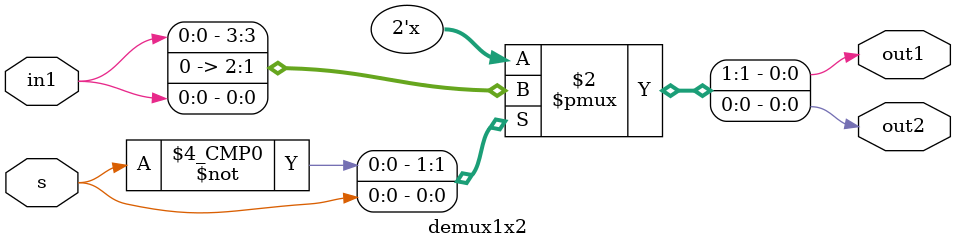
<source format=v>
`timescale 1ns / 1ps


module demux1x2(output reg out1,out2,input s,in1);
always @(*)
begin
case(s)
1'b0:{out1,out2} = {in1,1'b0};
1'b1:{out1,out2} = {1'b0,in1};
default:{out1,out2}=2'bxx;
endcase
end
endmodule

</source>
